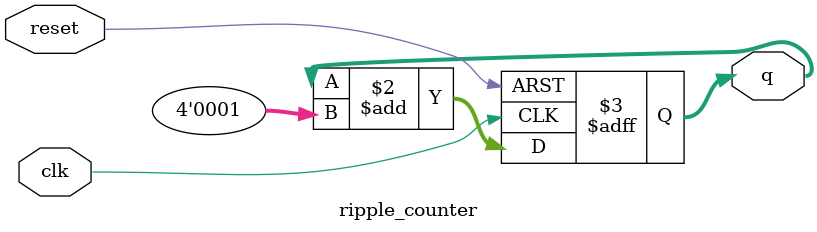
<source format=v>
module ripple_counter (
    input wire clk,      // Clock input
    input wire reset,    // Asynchronous or Synchronous Reset
    output reg [3:0] q   // 4-bit count output
);

// Count from 0 to 15 (0000 to 1111)
always @(posedge clk or posedge reset) begin
    if (reset) begin
        // Reset the counter to 0
        q <= 4'b0000;
    end else begin
        // Increment the counter on the positive edge of the clock
        q <= q + 4'b0001;
    end
end

endmodule
</source>
